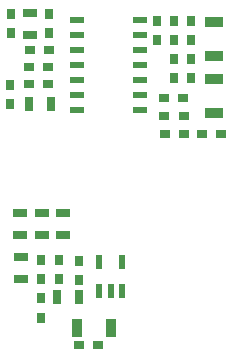
<source format=gbp>
G04*
G04 #@! TF.GenerationSoftware,Altium Limited,Altium Designer,22.2.1 (43)*
G04*
G04 Layer_Color=128*
%FSLAX25Y25*%
%MOIN*%
G70*
G04*
G04 #@! TF.SameCoordinates,65C05967-714E-454F-997F-66751C825CAB*
G04*
G04*
G04 #@! TF.FilePolarity,Positive*
G04*
G01*
G75*
%ADD25R,0.03100X0.03800*%
%ADD27R,0.05118X0.02756*%
%ADD29R,0.03800X0.03100*%
%ADD34R,0.02756X0.05118*%
%ADD171R,0.04646X0.02284*%
%ADD172R,0.03543X0.06299*%
%ADD173R,0.02323X0.04764*%
%ADD174R,0.06299X0.03543*%
D25*
X351575Y101625D02*
D03*
Y95225D02*
D03*
X312992Y34696D02*
D03*
Y28296D02*
D03*
X307100Y15400D02*
D03*
Y21800D02*
D03*
X319685Y27902D02*
D03*
Y34302D02*
D03*
X307087Y34696D02*
D03*
Y28296D02*
D03*
X357087Y101625D02*
D03*
Y95225D02*
D03*
Y107824D02*
D03*
Y114224D02*
D03*
X351575D02*
D03*
Y107824D02*
D03*
X296850Y92964D02*
D03*
Y86564D02*
D03*
X309842Y116586D02*
D03*
Y110186D02*
D03*
X345669Y107824D02*
D03*
Y114224D02*
D03*
X297244Y110186D02*
D03*
Y116586D02*
D03*
D27*
X300205Y42929D02*
D03*
Y50409D02*
D03*
X307291Y42929D02*
D03*
Y50409D02*
D03*
X314378Y42929D02*
D03*
Y50409D02*
D03*
X300394Y28150D02*
D03*
Y35630D02*
D03*
X303543Y109499D02*
D03*
Y116980D02*
D03*
D29*
X319650Y6350D02*
D03*
X326050D02*
D03*
X354450Y88489D02*
D03*
X348050D02*
D03*
X348231Y82544D02*
D03*
X354631D02*
D03*
X309499Y93307D02*
D03*
X303099D02*
D03*
X303049Y98819D02*
D03*
X309449D02*
D03*
X309700Y104600D02*
D03*
X303300D02*
D03*
X367200Y76500D02*
D03*
X360800D02*
D03*
X354800D02*
D03*
X348400D02*
D03*
D34*
X312402Y22441D02*
D03*
X319882D02*
D03*
X310433Y86614D02*
D03*
X302953D02*
D03*
D171*
X340000Y114606D02*
D03*
Y109606D02*
D03*
Y104606D02*
D03*
Y99606D02*
D03*
Y94606D02*
D03*
Y89606D02*
D03*
Y84606D02*
D03*
X319055Y114606D02*
D03*
Y109606D02*
D03*
Y104606D02*
D03*
Y99606D02*
D03*
Y94606D02*
D03*
Y89606D02*
D03*
Y84606D02*
D03*
D172*
X330512Y11811D02*
D03*
X319094D02*
D03*
D173*
X334055Y24193D02*
D03*
X330315D02*
D03*
X326575D02*
D03*
Y34075D02*
D03*
X334055D02*
D03*
D174*
X364800Y114009D02*
D03*
Y102591D02*
D03*
Y94909D02*
D03*
Y83491D02*
D03*
M02*

</source>
